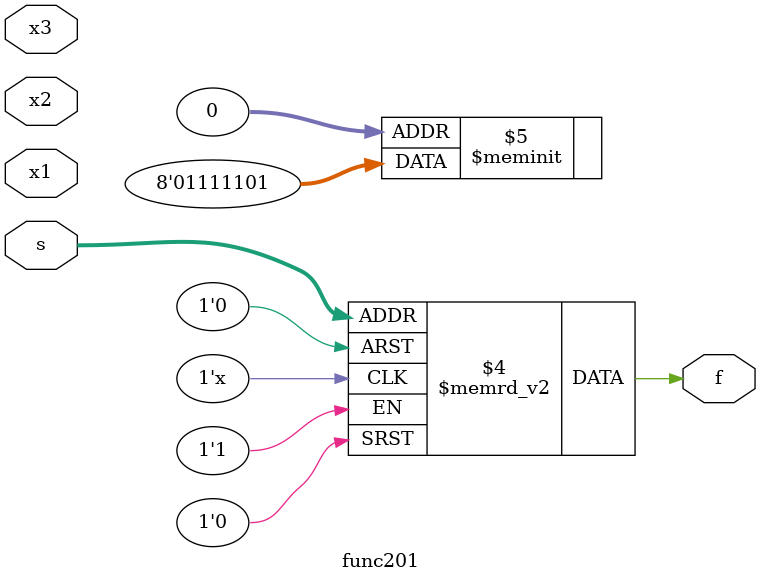
<source format=v>
module func201(x1,x2,x3,s,f);
input x1,x2,x3;
input[2:0]s;
output reg f;
always @(x1,x2,x3,s)
case(s)
0:f=1;
1:f=0;
2:f=1;
3:f=1;
4:f=1;
5:f=1;
6:f=1;
7:f=0;

endcase
endmodule
</source>
